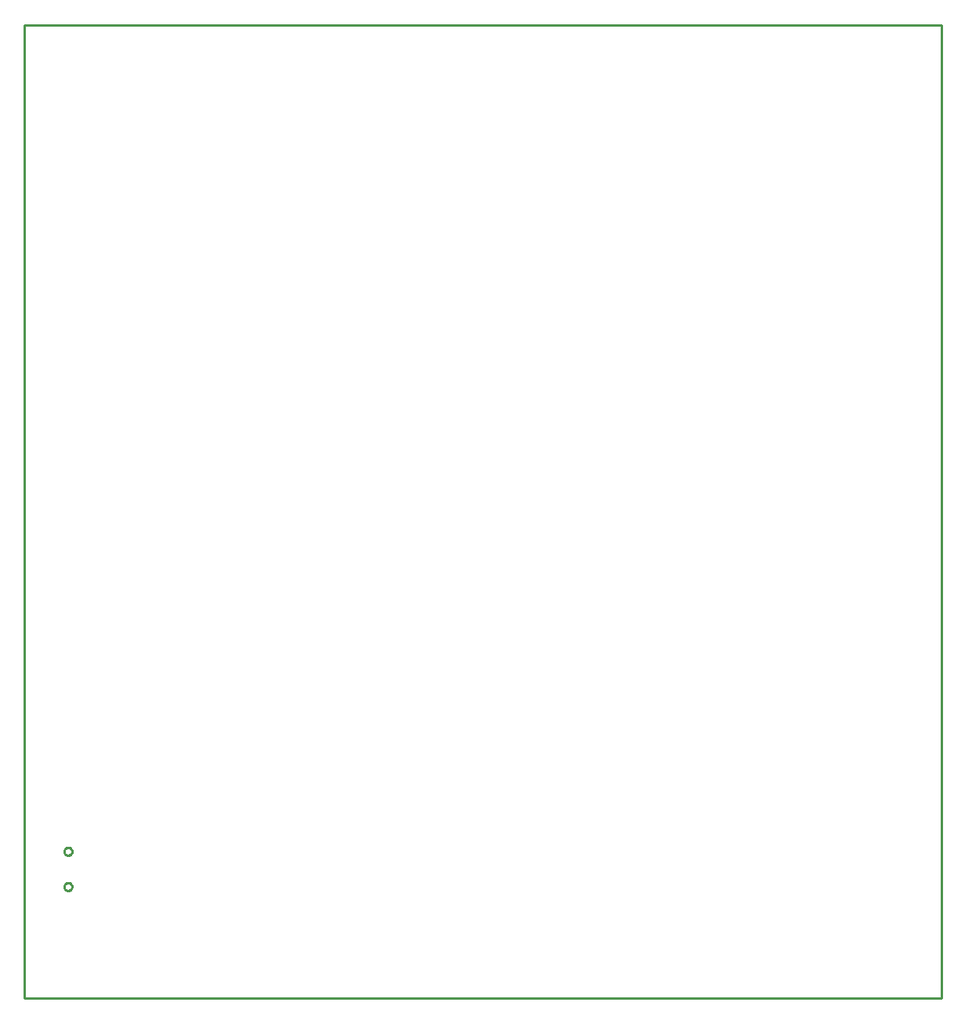
<source format=gbr>
G04 EAGLE Gerber RS-274X export*
G75*
%MOMM*%
%FSLAX34Y34*%
%LPD*%
%IN*%
%IPPOS*%
%AMOC8*
5,1,8,0,0,1.08239X$1,22.5*%
G01*
%ADD10C,0.254000*%


D10*
X0Y0D02*
X990400Y0D01*
X990400Y1050800D01*
X0Y1050800D01*
X0Y0D01*
X51650Y158421D02*
X51577Y157869D01*
X51433Y157331D01*
X51220Y156816D01*
X50941Y156334D01*
X50602Y155892D01*
X50208Y155498D01*
X49766Y155159D01*
X49284Y154880D01*
X48769Y154667D01*
X48231Y154523D01*
X47679Y154450D01*
X47121Y154450D01*
X46569Y154523D01*
X46031Y154667D01*
X45516Y154880D01*
X45034Y155159D01*
X44592Y155498D01*
X44198Y155892D01*
X43859Y156334D01*
X43580Y156816D01*
X43367Y157331D01*
X43223Y157869D01*
X43150Y158421D01*
X43150Y158979D01*
X43223Y159531D01*
X43367Y160069D01*
X43580Y160584D01*
X43859Y161066D01*
X44198Y161508D01*
X44592Y161902D01*
X45034Y162241D01*
X45516Y162520D01*
X46031Y162733D01*
X46569Y162877D01*
X47121Y162950D01*
X47679Y162950D01*
X48231Y162877D01*
X48769Y162733D01*
X49284Y162520D01*
X49766Y162241D01*
X50208Y161902D01*
X50602Y161508D01*
X50941Y161066D01*
X51220Y160584D01*
X51433Y160069D01*
X51577Y159531D01*
X51650Y158979D01*
X51650Y158421D01*
X51650Y120421D02*
X51577Y119869D01*
X51433Y119331D01*
X51220Y118816D01*
X50941Y118334D01*
X50602Y117892D01*
X50208Y117498D01*
X49766Y117159D01*
X49284Y116880D01*
X48769Y116667D01*
X48231Y116523D01*
X47679Y116450D01*
X47121Y116450D01*
X46569Y116523D01*
X46031Y116667D01*
X45516Y116880D01*
X45034Y117159D01*
X44592Y117498D01*
X44198Y117892D01*
X43859Y118334D01*
X43580Y118816D01*
X43367Y119331D01*
X43223Y119869D01*
X43150Y120421D01*
X43150Y120979D01*
X43223Y121531D01*
X43367Y122069D01*
X43580Y122584D01*
X43859Y123066D01*
X44198Y123508D01*
X44592Y123902D01*
X45034Y124241D01*
X45516Y124520D01*
X46031Y124733D01*
X46569Y124877D01*
X47121Y124950D01*
X47679Y124950D01*
X48231Y124877D01*
X48769Y124733D01*
X49284Y124520D01*
X49766Y124241D01*
X50208Y123902D01*
X50602Y123508D01*
X50941Y123066D01*
X51220Y122584D01*
X51433Y122069D01*
X51577Y121531D01*
X51650Y120979D01*
X51650Y120421D01*
M02*

</source>
